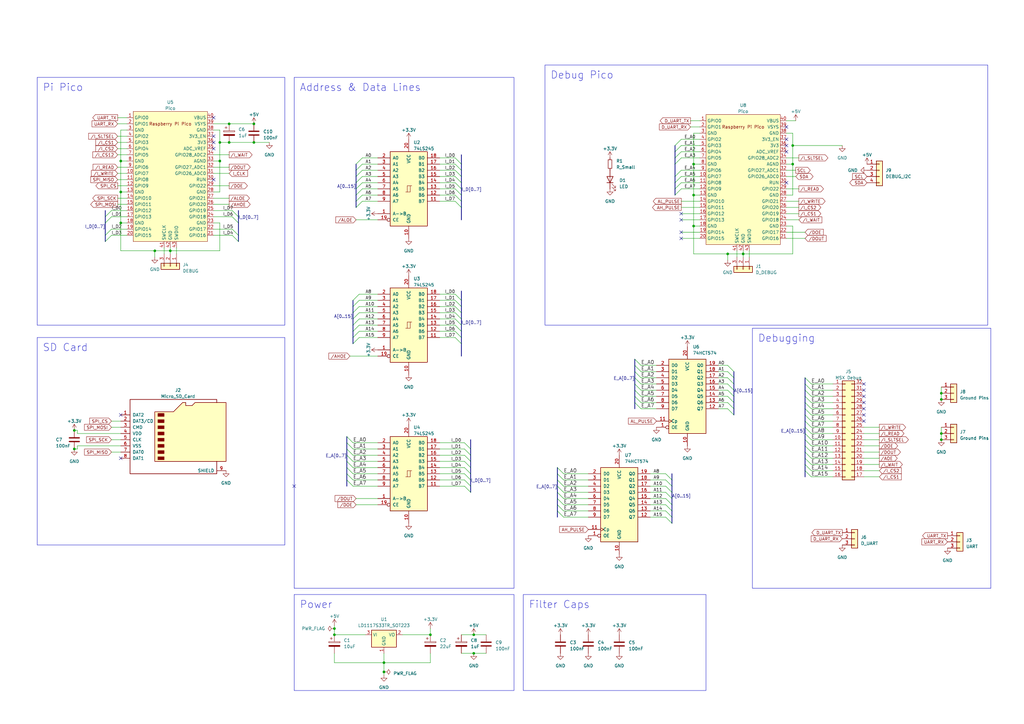
<source format=kicad_sch>
(kicad_sch (version 20231120) (generator "eeschema") (generator_version "8.0")
  (paper "A3")
  (title_block (title "PicoCart") (date "2024-02-18") (rev "2b") (company "NormStudios") (comment 1 "2024-02-18 : Switched I_WAIT and I_DOE on Pi Pico"))
  (junction (at 284.48 92.71))
  (junction (at 157.48 275.59))
  (junction (at 194.31 267.97))
  (junction (at 284.48 80.01))
  (junction (at 90.17 66.04))
  (junction (at 304.8 104.14))
  (junction (at 93.98 50.8))
  (junction (at 93.98 58.42))
  (junction (at 386.08 177.8))
  (junction (at 298.45 104.14))
  (junction (at 30.48 184.15))
  (junction (at 137.16 260.35))
  (junction (at 176.53 260.35))
  (junction (at 104.14 58.42))
  (junction (at 90.17 58.42))
  (junction (at 386.08 163.83))
  (junction (at 137.16 257.81))
  (junction (at 30.48 176.53))
  (junction (at 49.53 66.04))
  (junction (at 104.14 50.8))
  (junction (at 325.12 59.69))
  (junction (at 63.5 102.87))
  (junction (at 49.53 91.44))
  (junction (at 194.31 260.35))
  (junction (at 386.08 161.29))
  (junction (at 284.48 67.31))
  (junction (at 386.08 180.34))
  (junction (at 69.85 102.87))
  (junction (at 325.12 67.31))
  (junction (at 157.48 271.78))
  (junction (at 49.53 78.74))
  (no_connect (at 322.58 74.93))
  (no_connect (at 279.4 97.79))
  (no_connect (at 354.33 170.18))
  (no_connect (at 322.58 52.07))
  (no_connect (at 49.53 170.18))
  (no_connect (at 354.33 165.1))
  (no_connect (at 322.58 62.23))
  (no_connect (at 87.63 55.88))
  (no_connect (at 354.33 162.56))
  (no_connect (at 49.53 187.96))
  (no_connect (at 87.63 48.26))
  (no_connect (at 279.4 95.25))
  (no_connect (at 279.4 87.63))
  (no_connect (at 354.33 167.64))
  (no_connect (at 322.58 59.69))
  (no_connect (at 120.65 199.39))
  (no_connect (at 87.63 58.42))
  (no_connect (at 87.63 60.96))
  (no_connect (at 322.58 57.15))
  (no_connect (at 354.33 160.02))
  (no_connect (at 354.33 157.48))
  (no_connect (at 354.33 172.72))
  (no_connect (at 87.63 73.66))
  (no_connect (at 279.4 90.17))
  (bus_entry (at 273.05 194.31) (size 2.54 2.54))
  (bus_entry (at 190.5 191.77) (size 2.54 2.54))
  (bus_entry (at 330.2 165.1) (size 2.54 2.54))
  (bus_entry (at 148.59 67.31) (size -2.54 2.54))
  (bus_entry (at 298.45 154.94) (size 2.54 2.54))
  (bus_entry (at 190.5 181.61) (size 2.54 2.54))
  (bus_entry (at 330.2 154.94) (size 2.54 2.54))
  (bus_entry (at 228.6 209.55) (size 2.54 2.54))
  (bus_entry (at 147.32 123.19) (size -2.54 2.54))
  (bus_entry (at 147.32 130.81) (size -2.54 2.54))
  (bus_entry (at 148.59 69.85) (size -2.54 2.54))
  (bus_entry (at 273.05 199.39) (size 2.54 2.54))
  (bus_entry (at 330.2 157.48) (size 2.54 2.54))
  (bus_entry (at 147.32 135.89) (size -2.54 2.54))
  (bus_entry (at 142.24 181.61) (size 2.54 2.54))
  (bus_entry (at 228.6 191.77) (size 2.54 2.54))
  (bus_entry (at 330.2 160.02) (size 2.54 2.54))
  (bus_entry (at 147.32 138.43) (size -2.54 2.54))
  (bus_entry (at 330.2 172.72) (size 2.54 2.54))
  (bus_entry (at 142.24 194.31) (size 2.54 2.54))
  (bus_entry (at 190.5 184.15) (size 2.54 2.54))
  (bus_entry (at 279.4 57.15) (size -2.54 2.54))
  (bus_entry (at 330.2 170.18) (size 2.54 2.54))
  (bus_entry (at 330.2 175.26) (size 2.54 2.54))
  (bus_entry (at 142.24 191.77) (size 2.54 2.54))
  (bus_entry (at 190.5 199.39) (size 2.54 2.54))
  (bus_entry (at 186.69 135.89) (size 2.54 2.54))
  (bus_entry (at 279.4 74.93) (size -2.54 2.54))
  (bus_entry (at 260.35 165.1) (size 2.54 2.54))
  (bus_entry (at 228.6 196.85) (size 2.54 2.54))
  (bus_entry (at 190.5 194.31) (size 2.54 2.54))
  (bus_entry (at 186.69 133.35) (size 2.54 2.54))
  (bus_entry (at 190.5 189.23) (size 2.54 2.54))
  (bus_entry (at 273.05 201.93) (size 2.54 2.54))
  (bus_entry (at 260.35 154.94) (size 2.54 2.54))
  (bus_entry (at 330.2 177.8) (size 2.54 2.54))
  (bus_entry (at 273.05 207.01) (size 2.54 2.54))
  (bus_entry (at 45.72 96.52) (size -2.54 2.54))
  (bus_entry (at 148.59 80.01) (size -2.54 2.54))
  (bus_entry (at 147.32 128.27) (size -2.54 2.54))
  (bus_entry (at 260.35 157.48) (size 2.54 2.54))
  (bus_entry (at 298.45 160.02) (size 2.54 2.54))
  (bus_entry (at 260.35 162.56) (size 2.54 2.54))
  (bus_entry (at 186.69 69.85) (size 2.54 2.54))
  (bus_entry (at 186.69 74.93) (size 2.54 2.54))
  (bus_entry (at 228.6 194.31) (size 2.54 2.54))
  (bus_entry (at 298.45 165.1) (size 2.54 2.54))
  (bus_entry (at 142.24 179.07) (size 2.54 2.54))
  (bus_entry (at 228.6 201.93) (size 2.54 2.54))
  (bus_entry (at 298.45 157.48) (size 2.54 2.54))
  (bus_entry (at 142.24 196.85) (size 2.54 2.54))
  (bus_entry (at 330.2 190.5) (size 2.54 2.54))
  (bus_entry (at 228.6 207.01) (size 2.54 2.54))
  (bus_entry (at 186.69 77.47) (size 2.54 2.54))
  (bus_entry (at 186.69 67.31) (size 2.54 2.54))
  (bus_entry (at 330.2 167.64) (size 2.54 2.54))
  (bus_entry (at 186.69 128.27) (size 2.54 2.54))
  (bus_entry (at 228.6 199.39) (size 2.54 2.54))
  (bus_entry (at 260.35 149.86) (size 2.54 2.54))
  (bus_entry (at 45.72 93.98) (size -2.54 2.54))
  (bus_entry (at 190.5 196.85) (size 2.54 2.54))
  (bus_entry (at 148.59 72.39) (size -2.54 2.54))
  (bus_entry (at 95.25 86.36) (size 2.54 2.54))
  (bus_entry (at 95.25 88.9) (size 2.54 2.54))
  (bus_entry (at 186.69 138.43) (size 2.54 2.54))
  (bus_entry (at 45.72 86.36) (size -2.54 2.54))
  (bus_entry (at 95.25 93.98) (size 2.54 2.54))
  (bus_entry (at 330.2 185.42) (size 2.54 2.54))
  (bus_entry (at 186.69 64.77) (size 2.54 2.54))
  (bus_entry (at 148.59 74.93) (size -2.54 2.54))
  (bus_entry (at 279.4 77.47) (size -2.54 2.54))
  (bus_entry (at 260.35 147.32) (size 2.54 2.54))
  (bus_entry (at 148.59 77.47) (size -2.54 2.54))
  (bus_entry (at 298.45 162.56) (size 2.54 2.54))
  (bus_entry (at 186.69 82.55) (size 2.54 2.54))
  (bus_entry (at 186.69 123.19) (size 2.54 2.54))
  (bus_entry (at 298.45 152.4) (size 2.54 2.54))
  (bus_entry (at 260.35 160.02) (size 2.54 2.54))
  (bus_entry (at 273.05 204.47) (size 2.54 2.54))
  (bus_entry (at 186.69 80.01) (size 2.54 2.54))
  (bus_entry (at 273.05 212.09) (size 2.54 2.54))
  (bus_entry (at 273.05 196.85) (size 2.54 2.54))
  (bus_entry (at 330.2 182.88) (size 2.54 2.54))
  (bus_entry (at 142.24 186.69) (size 2.54 2.54))
  (bus_entry (at 279.4 62.23) (size -2.54 2.54))
  (bus_entry (at 186.69 72.39) (size 2.54 2.54))
  (bus_entry (at 147.32 120.65) (size -2.54 2.54))
  (bus_entry (at 279.4 64.77) (size -2.54 2.54))
  (bus_entry (at 95.25 96.52) (size 2.54 2.54))
  (bus_entry (at 330.2 180.34) (size 2.54 2.54))
  (bus_entry (at 147.32 125.73) (size -2.54 2.54))
  (bus_entry (at 142.24 189.23) (size 2.54 2.54))
  (bus_entry (at 330.2 162.56) (size 2.54 2.54))
  (bus_entry (at 330.2 193.04) (size 2.54 2.54))
  (bus_entry (at 330.2 187.96) (size 2.54 2.54))
  (bus_entry (at 45.72 88.9) (size -2.54 2.54))
  (bus_entry (at 147.32 133.35) (size -2.54 2.54))
  (bus_entry (at 279.4 69.85) (size -2.54 2.54))
  (bus_entry (at 298.45 167.64) (size 2.54 2.54))
  (bus_entry (at 279.4 72.39) (size -2.54 2.54))
  (bus_entry (at 186.69 120.65) (size 2.54 2.54))
  (bus_entry (at 186.69 125.73) (size 2.54 2.54))
  (bus_entry (at 273.05 209.55) (size 2.54 2.54))
  (bus_entry (at 228.6 204.47) (size 2.54 2.54))
  (bus_entry (at 148.59 82.55) (size -2.54 2.54))
  (bus_entry (at 190.5 186.69) (size 2.54 2.54))
  (bus_entry (at 148.59 64.77) (size -2.54 2.54))
  (bus_entry (at 142.24 184.15) (size 2.54 2.54))
  (bus_entry (at 186.69 130.81) (size 2.54 2.54))
  (bus_entry (at 298.45 149.86) (size 2.54 2.54))
  (bus_entry (at 260.35 152.4) (size 2.54 2.54))
  (bus_entry (at 279.4 59.69) (size -2.54 2.54))
  (wire (pts (xy 31.75 184.15) (xy 30.48 184.15)))
  (wire (pts (xy 90.17 91.44) (xy 90.17 102.87)))
  (wire (pts (xy 332.74 162.56) (xy 341.63 162.56)))
  (wire (pts (xy 48.26 76.2) (xy 52.07 76.2)))
  (bus (pts (xy 260.35 154.94) (xy 260.35 157.48)))
  (wire (pts (xy 294.64 152.4) (xy 298.45 152.4)))
  (wire (pts (xy 144.78 199.39) (xy 154.94 199.39)))
  (bus (pts (xy 189.23 67.31) (xy 189.23 69.85)))
  (wire (pts (xy 266.7 199.39) (xy 273.05 199.39)))
  (wire (pts (xy 262.89 152.4) (xy 269.24 152.4)))
  (bus (pts (xy 189.23 69.85) (xy 189.23 72.39)))
  (bus (pts (xy 146.05 77.47) (xy 146.05 80.01)))
  (wire (pts (xy 144.78 189.23) (xy 154.94 189.23)))
  (wire (pts (xy 386.08 177.8) (xy 386.08 180.34)))
  (wire (pts (xy 180.34 191.77) (xy 190.5 191.77)))
  (wire (pts (xy 87.63 68.58) (xy 93.98 68.58)))
  (wire (pts (xy 144.78 196.85) (xy 154.94 196.85)))
  (wire (pts (xy 284.48 80.01) (xy 287.02 80.01)))
  (wire (pts (xy 90.17 58.42) (xy 93.98 58.42)))
  (wire (pts (xy 45.72 88.9) (xy 52.07 88.9)))
  (bus (pts (xy 275.59 209.55) (xy 275.59 212.09)))
  (wire (pts (xy 304.8 104.14) (xy 304.8 102.87)))
  (wire (pts (xy 332.74 185.42) (xy 341.63 185.42)))
  (wire (pts (xy 304.8 104.14) (xy 304.8 105.41)))
  (wire (pts (xy 180.34 184.15) (xy 190.5 184.15)))
  (wire (pts (xy 262.89 157.48) (xy 269.24 157.48)))
  (wire (pts (xy 144.78 181.61) (xy 154.94 181.61)))
  (wire (pts (xy 287.02 85.09) (xy 279.4 85.09)))
  (wire (pts (xy 262.89 162.56) (xy 269.24 162.56)))
  (wire (pts (xy 262.89 154.94) (xy 269.24 154.94)))
  (wire (pts (xy 266.7 196.85) (xy 273.05 196.85)))
  (wire (pts (xy 287.02 57.15) (xy 279.4 57.15)))
  (wire (pts (xy 148.59 72.39) (xy 154.94 72.39)))
  (bus (pts (xy 330.2 154.94) (xy 330.2 157.48)))
  (bus (pts (xy 189.23 130.81) (xy 189.23 133.35)))
  (wire (pts (xy 332.74 195.58) (xy 341.63 195.58)))
  (bus (pts (xy 330.2 170.18) (xy 330.2 172.72)))
  (wire (pts (xy 325.12 54.61) (xy 325.12 59.69)))
  (bus (pts (xy 228.6 191.77) (xy 228.6 194.31)))
  (wire (pts (xy 302.26 102.87) (xy 302.26 105.41)))
  (wire (pts (xy 148.59 77.47) (xy 154.94 77.47)))
  (wire (pts (xy 137.16 257.81) (xy 137.16 260.35)))
  (bus (pts (xy 97.79 91.44) (xy 97.79 96.52)))
  (wire (pts (xy 325.12 59.69) (xy 325.12 67.31)))
  (bus (pts (xy 146.05 82.55) (xy 146.05 85.09)))
  (bus (pts (xy 193.04 199.39) (xy 193.04 201.93)))
  (bus (pts (xy 142.24 194.31) (xy 142.24 196.85)))
  (wire (pts (xy 322.58 72.39) (xy 326.39 72.39)))
  (wire (pts (xy 87.63 91.44) (xy 90.17 91.44)))
  (bus (pts (xy 189.23 123.19) (xy 189.23 125.73)))
  (bus (pts (xy 260.35 152.4) (xy 260.35 154.94)))
  (wire (pts (xy 45.72 185.42) (xy 49.53 185.42)))
  (wire (pts (xy 262.89 160.02) (xy 269.24 160.02)))
  (wire (pts (xy 90.17 53.34) (xy 90.17 58.42)))
  (bus (pts (xy 276.86 62.23) (xy 276.86 64.77)))
  (wire (pts (xy 148.59 82.55) (xy 154.94 82.55)))
  (wire (pts (xy 52.07 53.34) (xy 49.53 53.34)))
  (bus (pts (xy 189.23 63.5) (xy 189.23 67.31)))
  (wire (pts (xy 63.5 105.41) (xy 63.5 102.87)))
  (bus (pts (xy 330.2 175.26) (xy 330.2 177.8)))
  (bus (pts (xy 97.79 86.36) (xy 97.79 88.9)))
  (wire (pts (xy 354.33 195.58) (xy 360.68 195.58)))
  (wire (pts (xy 189.23 267.97) (xy 194.31 267.97)))
  (bus (pts (xy 300.99 160.02) (xy 300.99 162.56)))
  (wire (pts (xy 45.72 175.26) (xy 49.53 175.26)))
  (wire (pts (xy 180.34 74.93) (xy 186.69 74.93)))
  (wire (pts (xy 180.34 69.85) (xy 186.69 69.85)))
  (bus (pts (xy 330.2 193.04) (xy 330.2 195.58)))
  (bus (pts (xy 330.2 190.5) (xy 330.2 193.04)))
  (wire (pts (xy 157.48 275.59) (xy 157.48 271.78)))
  (bus (pts (xy 189.23 80.01) (xy 189.23 82.55)))
  (bus (pts (xy 276.86 74.93) (xy 276.86 77.47)))
  (wire (pts (xy 294.64 154.94) (xy 298.45 154.94)))
  (bus (pts (xy 189.23 72.39) (xy 189.23 74.93)))
  (wire (pts (xy 231.14 212.09) (xy 241.3 212.09)))
  (bus (pts (xy 228.6 207.01) (xy 228.6 209.55)))
  (wire (pts (xy 31.75 182.88) (xy 49.53 182.88)))
  (wire (pts (xy 294.64 149.86) (xy 298.45 149.86)))
  (wire (pts (xy 287.02 64.77) (xy 279.4 64.77)))
  (wire (pts (xy 90.17 102.87) (xy 69.85 102.87)))
  (wire (pts (xy 354.33 175.26) (xy 360.68 175.26)))
  (wire (pts (xy 332.74 172.72) (xy 341.63 172.72)))
  (bus (pts (xy 193.04 191.77) (xy 193.04 194.31)))
  (wire (pts (xy 287.02 97.79) (xy 279.4 97.79)))
  (wire (pts (xy 322.58 54.61) (xy 325.12 54.61)))
  (bus (pts (xy 193.04 184.15) (xy 193.04 186.69)))
  (wire (pts (xy 87.63 53.34) (xy 90.17 53.34)))
  (wire (pts (xy 266.7 201.93) (xy 273.05 201.93)))
  (bus (pts (xy 43.18 91.44) (xy 43.18 96.52)))
  (wire (pts (xy 231.14 204.47) (xy 241.3 204.47)))
  (wire (pts (xy 325.12 80.01) (xy 322.58 80.01)))
  (bus (pts (xy 142.24 186.69) (xy 142.24 189.23)))
  (wire (pts (xy 287.02 74.93) (xy 279.4 74.93)))
  (bus (pts (xy 330.2 187.96) (xy 330.2 190.5)))
  (wire (pts (xy 231.14 207.01) (xy 241.3 207.01)))
  (bus (pts (xy 260.35 149.86) (xy 260.35 152.4)))
  (bus (pts (xy 142.24 191.77) (xy 142.24 194.31)))
  (bus (pts (xy 189.23 138.43) (xy 189.23 140.97)))
  (wire (pts (xy 137.16 260.35) (xy 149.86 260.35)))
  (wire (pts (xy 287.02 62.23) (xy 279.4 62.23)))
  (wire (pts (xy 322.58 97.79) (xy 330.2 97.79)))
  (wire (pts (xy 325.12 92.71) (xy 325.12 104.14)))
  (bus (pts (xy 97.79 96.52) (xy 97.79 99.06)))
  (wire (pts (xy 147.32 125.73) (xy 154.94 125.73)))
  (wire (pts (xy 180.34 67.31) (xy 186.69 67.31)))
  (bus (pts (xy 260.35 165.1) (xy 260.35 167.64)))
  (wire (pts (xy 45.72 93.98) (xy 52.07 93.98)))
  (wire (pts (xy 45.72 172.72) (xy 49.53 172.72)))
  (wire (pts (xy 284.48 67.31) (xy 284.48 80.01)))
  (wire (pts (xy 325.12 104.14) (xy 304.8 104.14)))
  (wire (pts (xy 146.05 204.47) (xy 154.94 204.47)))
  (wire (pts (xy 298.45 106.68) (xy 298.45 104.14)))
  (wire (pts (xy 45.72 86.36) (xy 52.07 86.36)))
  (wire (pts (xy 231.14 194.31) (xy 241.3 194.31)))
  (bus (pts (xy 275.59 199.39) (xy 275.59 201.93)))
  (wire (pts (xy 148.59 80.01) (xy 154.94 80.01)))
  (bus (pts (xy 189.23 74.93) (xy 189.23 77.47)))
  (bus (pts (xy 189.23 135.89) (xy 189.23 138.43)))
  (bus (pts (xy 330.2 162.56) (xy 330.2 165.1)))
  (wire (pts (xy 284.48 80.01) (xy 284.48 92.71)))
  (wire (pts (xy 287.02 77.47) (xy 279.4 77.47)))
  (wire (pts (xy 332.74 187.96) (xy 341.63 187.96)))
  (wire (pts (xy 147.32 120.65) (xy 154.94 120.65)))
  (wire (pts (xy 87.63 96.52) (xy 95.25 96.52)))
  (wire (pts (xy 176.53 271.78) (xy 176.53 267.97)))
  (wire (pts (xy 322.58 95.25) (xy 330.2 95.25)))
  (wire (pts (xy 148.59 74.93) (xy 154.94 74.93)))
  (wire (pts (xy 147.32 133.35) (xy 154.94 133.35)))
  (bus (pts (xy 228.6 201.93) (xy 228.6 204.47)))
  (bus (pts (xy 142.24 181.61) (xy 142.24 184.15)))
  (wire (pts (xy 332.74 180.34) (xy 341.63 180.34)))
  (bus (pts (xy 260.35 162.56) (xy 260.35 165.1)))
  (wire (pts (xy 354.33 182.88) (xy 360.68 182.88)))
  (wire (pts (xy 386.08 175.26) (xy 386.08 177.8)))
  (bus (pts (xy 275.59 204.47) (xy 275.59 207.01)))
  (wire (pts (xy 322.58 92.71) (xy 325.12 92.71)))
  (wire (pts (xy 147.32 130.81) (xy 154.94 130.81)))
  (wire (pts (xy 194.31 260.35) (xy 199.39 260.35)))
  (wire (pts (xy 148.59 69.85) (xy 154.94 69.85)))
  (bus (pts (xy 146.05 67.31) (xy 146.05 69.85)))
  (wire (pts (xy 45.72 180.34) (xy 49.53 180.34)))
  (wire (pts (xy 148.59 67.31) (xy 154.94 67.31)))
  (bus (pts (xy 142.24 189.23) (xy 142.24 191.77)))
  (wire (pts (xy 144.78 191.77) (xy 154.94 191.77)))
  (wire (pts (xy 176.53 257.81) (xy 176.53 260.35)))
  (wire (pts (xy 294.64 167.64) (xy 298.45 167.64)))
  (bus (pts (xy 189.23 125.73) (xy 189.23 128.27)))
  (wire (pts (xy 287.02 87.63) (xy 279.4 87.63)))
  (wire (pts (xy 180.34 196.85) (xy 190.5 196.85)))
  (wire (pts (xy 332.74 177.8) (xy 341.63 177.8)))
  (bus (pts (xy 276.86 77.47) (xy 276.86 80.01)))
  (wire (pts (xy 354.33 180.34) (xy 360.68 180.34)))
  (wire (pts (xy 87.63 71.12) (xy 93.98 71.12)))
  (wire (pts (xy 180.34 130.81) (xy 186.69 130.81)))
  (bus (pts (xy 189.23 128.27) (xy 189.23 130.81)))
  (wire (pts (xy 67.31 101.6) (xy 67.31 104.14)))
  (wire (pts (xy 189.23 260.35) (xy 194.31 260.35)))
  (wire (pts (xy 266.7 207.01) (xy 273.05 207.01)))
  (wire (pts (xy 72.39 101.6) (xy 72.39 104.14)))
  (wire (pts (xy 231.14 209.55) (xy 241.3 209.55)))
  (bus (pts (xy 275.59 207.01) (xy 275.59 209.55)))
  (bus (pts (xy 275.59 194.31) (xy 275.59 196.85)))
  (bus (pts (xy 144.78 135.89) (xy 144.78 138.43)))
  (wire (pts (xy 146.05 90.17) (xy 154.94 90.17)))
  (wire (pts (xy 48.26 83.82) (xy 52.07 83.82)))
  (wire (pts (xy 180.34 72.39) (xy 186.69 72.39)))
  (wire (pts (xy 180.34 64.77) (xy 186.69 64.77)))
  (wire (pts (xy 354.33 187.96) (xy 360.68 187.96)))
  (wire (pts (xy 146.05 207.01) (xy 154.94 207.01)))
  (wire (pts (xy 354.33 193.04) (xy 360.68 193.04)))
  (wire (pts (xy 322.58 90.17) (xy 327.66 90.17)))
  (wire (pts (xy 180.34 199.39) (xy 190.5 199.39)))
  (wire (pts (xy 144.78 194.31) (xy 154.94 194.31)))
  (wire (pts (xy 180.34 135.89) (xy 186.69 135.89)))
  (wire (pts (xy 262.89 167.64) (xy 269.24 167.64)))
  (bus (pts (xy 330.2 160.02) (xy 330.2 162.56)))
  (bus (pts (xy 193.04 194.31) (xy 193.04 196.85)))
  (wire (pts (xy 180.34 194.31) (xy 190.5 194.31)))
  (wire (pts (xy 266.7 194.31) (xy 273.05 194.31)))
  (bus (pts (xy 43.18 86.36) (xy 43.18 88.9)))
  (wire (pts (xy 93.98 50.8) (xy 104.14 50.8)))
  (wire (pts (xy 322.58 64.77) (xy 327.66 64.77)))
  (wire (pts (xy 87.63 88.9) (xy 95.25 88.9)))
  (wire (pts (xy 87.63 76.2) (xy 93.98 76.2)))
  (wire (pts (xy 45.72 96.52) (xy 52.07 96.52)))
  (wire (pts (xy 48.26 73.66) (xy 52.07 73.66)))
  (wire (pts (xy 322.58 49.53) (xy 326.39 49.53)))
  (wire (pts (xy 31.75 177.8) (xy 49.53 177.8)))
  (wire (pts (xy 137.16 256.54) (xy 137.16 257.81)))
  (wire (pts (xy 332.74 182.88) (xy 341.63 182.88)))
  (wire (pts (xy 87.63 63.5) (xy 93.98 63.5)))
  (wire (pts (xy 287.02 69.85) (xy 279.4 69.85)))
  (wire (pts (xy 294.64 165.1) (xy 298.45 165.1)))
  (wire (pts (xy 48.26 71.12) (xy 52.07 71.12)))
  (bus (pts (xy 146.05 72.39) (xy 146.05 74.93)))
  (wire (pts (xy 137.16 271.78) (xy 137.16 267.97)))
  (bus (pts (xy 144.78 138.43) (xy 144.78 140.97)))
  (bus (pts (xy 275.59 196.85) (xy 275.59 199.39)))
  (bus (pts (xy 228.6 209.55) (xy 228.6 212.09)))
  (wire (pts (xy 48.26 48.26) (xy 52.07 48.26)))
  (wire (pts (xy 49.53 53.34) (xy 49.53 66.04)))
  (wire (pts (xy 48.26 58.42) (xy 52.07 58.42)))
  (wire (pts (xy 180.34 82.55) (xy 186.69 82.55)))
  (bus (pts (xy 193.04 186.69) (xy 193.04 189.23)))
  (wire (pts (xy 48.26 55.88) (xy 52.07 55.88)))
  (wire (pts (xy 332.74 193.04) (xy 341.63 193.04)))
  (bus (pts (xy 43.18 96.52) (xy 43.18 99.06)))
  (wire (pts (xy 284.48 92.71) (xy 284.48 104.14)))
  (bus (pts (xy 276.86 72.39) (xy 276.86 74.93)))
  (wire (pts (xy 69.85 102.87) (xy 69.85 101.6)))
  (wire (pts (xy 266.7 204.47) (xy 273.05 204.47)))
  (wire (pts (xy 49.53 66.04) (xy 52.07 66.04)))
  (bus (pts (xy 276.86 64.77) (xy 276.86 67.31)))
  (wire (pts (xy 332.74 167.64) (xy 341.63 167.64)))
  (bus (pts (xy 228.6 196.85) (xy 228.6 199.39)))
  (bus (pts (xy 300.99 165.1) (xy 300.99 167.64)))
  (bus (pts (xy 275.59 201.93) (xy 275.59 204.47)))
  (wire (pts (xy 157.48 271.78) (xy 176.53 271.78)))
  (wire (pts (xy 137.16 271.78) (xy 157.48 271.78)))
  (bus (pts (xy 260.35 157.48) (xy 260.35 160.02)))
  (bus (pts (xy 330.2 172.72) (xy 330.2 175.26)))
  (wire (pts (xy 49.53 66.04) (xy 49.53 78.74)))
  (wire (pts (xy 49.53 102.87) (xy 63.5 102.87)))
  (wire (pts (xy 284.48 67.31) (xy 287.02 67.31)))
  (wire (pts (xy 87.63 93.98) (xy 95.25 93.98)))
  (wire (pts (xy 332.74 170.18) (xy 341.63 170.18)))
  (wire (pts (xy 147.32 135.89) (xy 154.94 135.89)))
  (wire (pts (xy 287.02 72.39) (xy 279.4 72.39)))
  (bus (pts (xy 146.05 80.01) (xy 146.05 82.55)))
  (bus (pts (xy 300.99 162.56) (xy 300.99 165.1)))
  (bus (pts (xy 330.2 167.64) (xy 330.2 170.18)))
  (wire (pts (xy 332.74 190.5) (xy 341.63 190.5)))
  (wire (pts (xy 231.14 199.39) (xy 241.3 199.39)))
  (bus (pts (xy 330.2 165.1) (xy 330.2 167.64)))
  (bus (pts (xy 330.2 157.48) (xy 330.2 160.02)))
  (wire (pts (xy 294.64 157.48) (xy 298.45 157.48)))
  (wire (pts (xy 287.02 82.55) (xy 279.4 82.55)))
  (wire (pts (xy 48.26 60.96) (xy 52.07 60.96)))
  (wire (pts (xy 48.26 68.58) (xy 52.07 68.58)))
  (bus (pts (xy 189.23 77.47) (xy 189.23 80.01)))
  (wire (pts (xy 31.75 182.88) (xy 31.75 184.15)))
  (wire (pts (xy 266.7 212.09) (xy 273.05 212.09)))
  (wire (pts (xy 87.63 66.04) (xy 90.17 66.04)))
  (wire (pts (xy 90.17 66.04) (xy 90.17 78.74)))
  (bus (pts (xy 189.23 133.35) (xy 189.23 135.89)))
  (wire (pts (xy 322.58 69.85) (xy 326.39 69.85)))
  (wire (pts (xy 332.74 157.48) (xy 341.63 157.48)))
  (wire (pts (xy 148.59 64.77) (xy 154.94 64.77)))
  (bus (pts (xy 228.6 204.47) (xy 228.6 207.01)))
  (wire (pts (xy 287.02 54.61) (xy 284.48 54.61)))
  (wire (pts (xy 231.14 196.85) (xy 241.3 196.85)))
  (wire (pts (xy 48.26 81.28) (xy 52.07 81.28)))
  (wire (pts (xy 386.08 161.29) (xy 386.08 163.83)))
  (wire (pts (xy 157.48 276.86) (xy 157.48 275.59)))
  (wire (pts (xy 87.63 83.82) (xy 93.98 83.82)))
  (wire (pts (xy 262.89 149.86) (xy 269.24 149.86)))
  (wire (pts (xy 354.33 185.42) (xy 360.68 185.42)))
  (wire (pts (xy 110.49 58.42) (xy 104.14 58.42)))
  (wire (pts (xy 49.53 78.74) (xy 52.07 78.74)))
  (bus (pts (xy 228.6 194.31) (xy 228.6 196.85)))
  (bus (pts (xy 142.24 184.15) (xy 142.24 186.69)))
  (wire (pts (xy 307.34 102.87) (xy 307.34 105.41)))
  (wire (pts (xy 144.78 186.69) (xy 154.94 186.69)))
  (bus (pts (xy 189.23 82.55) (xy 189.23 85.09)))
  (wire (pts (xy 180.34 80.01) (xy 186.69 80.01)))
  (wire (pts (xy 49.53 91.44) (xy 49.53 102.87)))
  (wire (pts (xy 294.64 162.56) (xy 298.45 162.56)))
  (wire (pts (xy 147.32 128.27) (xy 154.94 128.27)))
  (bus (pts (xy 260.35 160.02) (xy 260.35 162.56)))
  (bus (pts (xy 144.78 123.19) (xy 144.78 125.73)))
  (bus (pts (xy 330.2 180.34) (xy 330.2 182.88)))
  (wire (pts (xy 90.17 58.42) (xy 90.17 66.04)))
  (wire (pts (xy 287.02 59.69) (xy 279.4 59.69)))
  (bus (pts (xy 144.78 125.73) (xy 144.78 128.27)))
  (bus (pts (xy 189.23 140.97) (xy 189.23 146.05)))
  (bus (pts (xy 276.86 67.31) (xy 276.86 72.39)))
  (wire (pts (xy 298.45 104.14) (xy 304.8 104.14)))
  (bus (pts (xy 97.79 88.9) (xy 97.79 91.44)))
  (wire (pts (xy 284.48 54.61) (xy 284.48 67.31)))
  (wire (pts (xy 180.34 189.23) (xy 190.5 189.23)))
  (wire (pts (xy 332.74 160.02) (xy 341.63 160.02)))
  (bus (pts (xy 193.04 180.34) (xy 193.04 184.15)))
  (bus (pts (xy 142.24 179.07) (xy 142.24 181.61)))
  (bus (pts (xy 142.24 196.85) (xy 142.24 199.39)))
  (wire (pts (xy 325.12 59.69) (xy 345.44 59.69)))
  (wire (pts (xy 63.5 102.87) (xy 69.85 102.87)))
  (wire (pts (xy 144.78 184.15) (xy 154.94 184.15)))
  (wire (pts (xy 294.64 160.02) (xy 298.45 160.02)))
  (wire (pts (xy 284.48 104.14) (xy 298.45 104.14)))
  (wire (pts (xy 194.31 267.97) (xy 199.39 267.97)))
  (wire (pts (xy 180.34 123.19) (xy 186.69 123.19)))
  (wire (pts (xy 322.58 82.55) (xy 327.66 82.55)))
  (wire (pts (xy 386.08 158.75) (xy 386.08 161.29)))
  (wire (pts (xy 157.48 271.78) (xy 157.48 267.97)))
  (bus (pts (xy 300.99 152.4) (xy 300.99 154.94)))
  (bus (pts (xy 300.99 154.94) (xy 300.99 157.48)))
  (wire (pts (xy 322.58 87.63) (xy 327.66 87.63)))
  (wire (pts (xy 180.34 186.69) (xy 190.5 186.69)))
  (bus (pts (xy 330.2 182.88) (xy 330.2 185.42)))
  (wire (pts (xy 284.48 92.71) (xy 287.02 92.71)))
  (wire (pts (xy 231.14 201.93) (xy 241.3 201.93)))
  (wire (pts (xy 143.51 146.05) (xy 154.94 146.05)))
  (bus (pts (xy 300.99 157.48) (xy 300.99 160.02)))
  (wire (pts (xy 332.74 165.1) (xy 341.63 165.1)))
  (wire (pts (xy 322.58 67.31) (xy 325.12 67.31)))
  (wire (pts (xy 283.21 49.53) (xy 287.02 49.53)))
  (bus (pts (xy 144.78 133.35) (xy 144.78 135.89)))
  (wire (pts (xy 287.02 90.17) (xy 279.4 90.17)))
  (wire (pts (xy 283.21 52.07) (xy 287.02 52.07)))
  (wire (pts (xy 322.58 77.47) (xy 327.66 77.47)))
  (bus (pts (xy 193.04 196.85) (xy 193.04 199.39)))
  (bus (pts (xy 275.59 212.09) (xy 275.59 214.63)))
  (wire (pts (xy 69.85 102.87) (xy 69.85 104.14)))
  (wire (pts (xy 90.17 78.74) (xy 87.63 78.74)))
  (bus (pts (xy 144.78 130.81) (xy 144.78 133.35)))
  (bus (pts (xy 276.86 59.69) (xy 276.86 62.23)))
  (wire (pts (xy 147.32 138.43) (xy 154.94 138.43)))
  (wire (pts (xy 180.34 181.61) (xy 190.5 181.61)))
  (wire (pts (xy 262.89 165.1) (xy 269.24 165.1)))
  (bus (pts (xy 228.6 199.39) (xy 228.6 201.93)))
  (bus (pts (xy 300.99 167.64) (xy 300.99 170.18)))
  (bus (pts (xy 189.23 85.09) (xy 189.23 90.17)))
  (wire (pts (xy 180.34 133.35) (xy 186.69 133.35)))
  (wire (pts (xy 165.1 260.35) (xy 176.53 260.35)))
  (wire (pts (xy 266.7 209.55) (xy 273.05 209.55)))
  (wire (pts (xy 180.34 138.43) (xy 186.69 138.43)))
  (wire (pts (xy 48.26 63.5) (xy 52.07 63.5)))
  (wire (pts (xy 87.63 50.8) (xy 93.98 50.8)))
  (wire (pts (xy 49.53 78.74) (xy 49.53 91.44)))
  (wire (pts (xy 354.33 190.5) (xy 360.68 190.5)))
  (bus (pts (xy 330.2 185.42) (xy 330.2 187.96)))
  (bus (pts (xy 146.05 74.93) (xy 146.05 77.47)))
  (bus (pts (xy 144.78 128.27) (xy 144.78 130.81)))
  (wire (pts (xy 87.63 81.28) (xy 93.98 81.28)))
  (bus (pts (xy 146.05 69.85) (xy 146.05 72.39)))
  (wire (pts (xy 93.98 58.42) (xy 104.14 58.42)))
  (wire (pts (xy 31.75 176.53) (xy 31.75 177.8)))
  (bus (pts (xy 260.35 147.32) (xy 260.35 149.86)))
  (bus (pts (xy 330.2 177.8) (xy 330.2 180.34)))
  (wire (pts (xy 49.53 91.44) (xy 52.07 91.44)))
  (wire (pts (xy 287.02 95.25) (xy 279.4 95.25)))
  (wire (pts (xy 354.33 177.8) (xy 360.68 177.8)))
  (bus (pts (xy 193.04 189.23) (xy 193.04 191.77)))
  (bus (pts (xy 43.18 88.9) (xy 43.18 91.44)))
  (wire (pts (xy 322.58 85.09) (xy 327.66 85.09)))
  (wire (pts (xy 180.34 77.47) (xy 186.69 77.47)))
  (wire (pts (xy 48.26 50.8) (xy 52.07 50.8)))
  (wire (pts (xy 180.34 125.73) (xy 186.69 125.73)))
  (wire (pts (xy 30.48 176.53) (xy 31.75 176.53)))
  (bus (pts (xy 189.23 119.38) (xy 189.23 123.19)))
  (wire (pts (xy 325.12 67.31) (xy 325.12 80.01)))
  (wire (pts (xy 180.34 120.65) (xy 186.69 120.65)))
  (wire (pts (xy 147.32 123.19) (xy 154.94 123.19)))
  (wire (pts (xy 87.63 86.36) (xy 95.25 86.36)))
  (wire (pts (xy 180.34 128.27) (xy 186.69 128.27)))
  (wire (pts (xy 332.74 175.26) (xy 341.63 175.26)))
  (text_box "Pi Pico" (at 15.24 31.75 0) (size 101.6 101.6) (effects (font (size 3 3)) (justify left top)))
  (text_box "Debug Pico" (at 223.52 26.67 0) (size 181.61 106.68) (effects (font (size 3 3)) (justify left top)))
  (text_box "Debugging" (at 308.61 134.62 0) (size 97.79 106.68) (effects (font (size 3 3)) (justify left top)))
  (text_box "Filter Caps" (at 214.63 243.84 0) (size 74.93 39.37) (effects (font (size 3 3)) (justify left top)))
  (text_box "Power" (at 120.65 243.84 0) (size 90.17 39.37) (effects (font (size 3 3)) (justify left top)))
  (text_box "SD Card" (at 15.24 138.43 0) (size 101.6 85.09) (effects (font (size 3 3)) (justify left top)))
  (text_box "Address & Data Lines" (at 120.65 31.75 0) (size 90.17 209.55) (effects (font (size 3 3)) (justify left top)))
  (label "I_D[0..7]" (at 193.04 198.12 0))
  (label "E_A2" (at 332.74 162.56 0) (effects (font (size 1.524 1.524))))
  (label "E_A0" (at 280.67 57.15 0))
  (label "A0" (at 294.64 149.86 0))
  (label "I_D0" (at 45.72 86.36 0))
  (label "E_A6" (at 280.67 74.93 0))
  (label "A8" (at 267.97 194.31 0))
  (label "E_A1" (at 231.14 196.85 0) (effects (font (size 1.524 1.524))))
  (label "I_D7" (at 186.69 138.43 180))
  (label "E_A3" (at 280.67 64.77 0))
  (label "I_D[0..7]" (at 189.23 78.74 0))
  (label "A3" (at 149.86 72.39 0))
  (label "A4" (at 294.64 160.02 0))
  (label "E_A7" (at 262.89 167.64 0) (effects (font (size 1.524 1.524))))
  (label "A1" (at 149.86 67.31 0))
  (label "E_A1" (at 262.89 152.4 0) (effects (font (size 1.524 1.524))))
  (label "E_A8" (at 332.74 177.8 0) (effects (font (size 1.524 1.524))))
  (label "E_A10" (at 332.74 182.88 0) (effects (font (size 1.524 1.524))))
  (label "I_D1" (at 186.69 67.31 180))
  (label "I_D4" (at 189.23 191.77 180))
  (label "E_A[0..7]" (at 228.6 200.66 180))
  (label "I_D5" (at 189.2511 194.31 180))
  (label "I_D6" (at 186.69 135.89 180))
  (label "I_D2" (at 189.23 186.69 180))
  (label "E_A7" (at 280.67 77.47 0))
  (label "E_A2" (at 231.14 199.39 0) (effects (font (size 1.524 1.524))))
  (label "A2" (at 149.86 69.85 0))
  (label "E_A5" (at 332.74 170.18 0) (effects (font (size 1.524 1.524))))
  (label "E_A2" (at 262.89 154.94 0) (effects (font (size 1.524 1.524))))
  (label "E_A6" (at 144.78 196.85 0) (effects (font (size 1.524 1.524))))
  (label "E_A0" (at 231.14 194.31 0) (effects (font (size 1.524 1.524))))
  (label "I_D3" (at 45.72 96.52 0))
  (label "I_D0" (at 189.23 181.61 180))
  (label "I_D6" (at 189.23 196.85 180))
  (label "I_D7" (at 91.44 86.36 0))
  (label "E_A12" (at 332.74 187.96 0) (effects (font (size 1.524 1.524))))
  (label "E_A5" (at 144.78 194.31 0) (effects (font (size 1.524 1.524))))
  (label "I_D4" (at 91.44 96.52 0))
  (label "E_A2" (at 280.67 62.23 0))
  (label "I_D6" (at 186.69 80.01 180))
  (label "A5" (at 294.64 162.56 0))
  (label "E_A15" (at 332.74 195.58 0) (effects (font (size 1.524 1.524))))
  (label "I_D1" (at 45.72 88.9 0))
  (label "I_D[0..7]" (at 43.18 93.98 180))
  (label "A11" (at 267.97 201.93 0))
  (label "A2" (at 294.64 154.94 0))
  (label "I_D4" (at 186.69 74.93 180))
  (label "I_D2" (at 186.69 125.73 180))
  (label "A5" (at 149.86 77.47 0))
  (label "E_A3" (at 332.74 165.1 0) (effects (font (size 1.524 1.524))))
  (label "E_A6" (at 332.74 172.72 0) (effects (font (size 1.524 1.524))))
  (label "A12" (at 267.97 204.47 0))
  (label "E_A5" (at 262.89 162.56 0) (effects (font (size 1.524 1.524))))
  (label "I_D2" (at 45.72 93.98 0))
  (label "E_A4" (at 262.89 160.02 0) (effects (font (size 1.524 1.524))))
  (label "A12" (at 149.86 130.81 0))
  (label "A3" (at 294.64 157.48 0))
  (label "E_A13" (at 332.74 190.5 0) (effects (font (size 1.524 1.524))))
  (label "I_D5" (at 91.44 93.98 0))
  (label "A4" (at 149.86 74.93 0))
  (label "E_A5" (at 280.67 72.39 0))
  (label "I_D0" (at 186.69 64.77 180))
  (label "E_A6" (at 262.89 165.1 0) (effects (font (size 1.524 1.524))))
  (label "E_A6" (at 231.14 209.55 0) (effects (font (size 1.524 1.524))))
  (label "I_D7" (at 189.2511 199.39 180))
  (label "E_A4" (at 144.78 191.77 0) (effects (font (size 1.524 1.524))))
  (label "E_A3" (at 144.78 189.23 0) (effects (font (size 1.524 1.524))))
  (label "A14" (at 149.86 135.89 0))
  (label "A7" (at 149.86 82.55 0))
  (label "I_D3" (at 186.69 72.39 180))
  (label "A10" (at 149.86 125.73 0))
  (label "E_A0" (at 262.89 149.86 0) (effects (font (size 1.524 1.524))))
  (label "A9" (at 149.86 123.19 0))
  (label "I_D1" (at 186.69 123.19 180))
  (label "A[0..15]" (at 146.05 77.47 180))
  (label "A14" (at 267.97 209.55 0))
  (label "I_D2" (at 186.69 69.85 180))
  (label "A9" (at 267.97 196.85 0))
  (label "A1" (at 294.64 152.4 0))
  (label "I_D3" (at 186.69 128.27 180))
  (label "E_A11" (at 332.74 185.42 0) (effects (font (size 1.524 1.524))))
  (label "E_A9" (at 332.74 180.34 0) (effects (font (size 1.524 1.524))))
  (label "A6" (at 149.86 80.01 0))
  (label "A[0..15]" (at 144.78 130.81 180))
  (label "A0" (at 149.86 64.77 0))
  (label "A13" (at 149.86 133.35 0))
  (label "I_D5" (at 186.69 133.35 180))
  (label "I_D4" (at 186.69 130.81 180))
  (label "E_A1" (at 280.67 59.69 0))
  (label "E_A[0..15]" (at 330.2 177.8 180))
  (label "A6" (at 294.64 165.1 0))
  (label "E_A[0..7]" (at 260.35 156.21 180))
  (label "A[0..15]" (at 275.59 204.47 0))
  (label "A8" (at 149.86 120.65 0))
  (label "E_A0" (at 144.78 181.61 0) (effects (font (size 1.524 1.524))))
  (label "A13" (at 267.97 207.01 0))
  (label "I_D6" (at 91.44 88.9 0))
  (label "A15" (at 149.86 138.43 0))
  (label "E_A7" (at 231.14 212.09 0) (effects (font (size 1.524 1.524))))
  (label "E_A1" (at 332.74 160.02 0) (effects (font (size 1.524 1.524))))
  (label "I_D7" (at 186.69 82.55 180))
  (label "E_A[0..7]" (at 142.24 187.96 180))
  (label "E_A14" (at 332.74 193.04 0) (effects (font (size 1.524 1.524))))
  (label "I_D0" (at 186.69 120.65 180))
  (label "A10" (at 267.97 199.39 0))
  (label "E_A4" (at 332.74 167.64 0) (effects (font (size 1.524 1.524))))
  (label "I_D[0..7]" (at 189.23 133.35 0))
  (label "E_A7" (at 332.74 175.26 0) (effects (font (size 1.524 1.524))))
  (label "E_A4" (at 280.67 69.85 0))
  (label "E_A0" (at 332.74 157.48 0) (effects (font (size 1.524 1.524))))
  (label "A7" (at 294.64 167.64 0))
  (label "E_A2" (at 144.78 186.69 0) (effects (font (size 1.524 1.524))))
  (label "I_D1" (at 189.23 184.15 180))
  (label "A15" (at 267.97 212.09 0))
  (label "A[0..15]" (at 300.99 161.29 0))
  (label "E_A1" (at 144.78 184.15 0) (effects (font (size 1.524 1.524))))
  (label "I_D[0..7]" (at 97.79 90.17 0))
  (label "E_A3" (at 231.14 201.93 0) (effects (font (size 1.524 1.524))))
  (label "E_A5" (at 231.14 207.01 0) (effects (font (size 1.524 1.524))))
  (label "E_A4" (at 231.14 204.47 0) (effects (font (size 1.524 1.524))))
  (label "E_A3" (at 262.89 157.48 0) (effects (font (size 1.524 1.524))))
  (label "I_D5" (at 186.69 77.47 180))
  (label "I_D3" (at 189.23 189.23 180))
  (label "E_A7" (at 144.78 199.39 0) (effects (font (size 1.524 1.524))))
  (label "A11" (at 149.86 128.27 0))
  (global_label "{slash}I_SLTSEL" (shape output) (at 360.68 180.34 0) (property "Intersheetrefs" "${INTERSHEET_REFS}" (effects (hide yes))))
  (global_label "SPI_CS" (shape output) (at 48.26 76.2 180) (property "Intersheetrefs" "${INTERSHEET_REFS}" (effects (hide yes))))
  (global_label "{slash}AHOE" (shape input) (at 143.51 146.05 180) (property "Intersheetrefs" "${INTERSHEET_REFS}" (effects (hide yes))))
  (global_label "{slash}ALOE" (shape output) (at 93.98 81.28 0) (property "Intersheetrefs" "${INTERSHEET_REFS}" (effects (hide yes))))
  (global_label "I_CLK" (shape input) (at 93.98 71.12 0) (property "Intersheetrefs" "${INTERSHEET_REFS}" (effects (hide yes))))
  (global_label "{slash}I_READ" (shape output) (at 327.66 77.47 0) (property "Intersheetrefs" "${INTERSHEET_REFS}" (effects (hide yes))))
  (global_label "{slash}I_WRITE" (shape output) (at 327.66 82.55 0) (property "Intersheetrefs" "${INTERSHEET_REFS}" (effects (hide yes))))
  (global_label "SPI_SCK" (shape input) (at 45.72 180.34 180) (property "Intersheetrefs" "${INTERSHEET_REFS}" (effects (hide yes))))
  (global_label "{slash}DOUT" (shape output) (at 360.68 185.42 0) (property "Intersheetrefs" "${INTERSHEET_REFS}" (effects (hide yes))))
  (global_label "{slash}DOUT" (shape input) (at 146.05 204.47 180) (property "Intersheetrefs" "${INTERSHEET_REFS}" (effects (hide yes))))
  (global_label "SPI_MOSI" (shape output) (at 48.26 83.82 180) (property "Intersheetrefs" "${INTERSHEET_REFS}" (effects (hide yes))))
  (global_label "SPI_MOSI" (shape input) (at 45.72 175.26 180) (property "Intersheetrefs" "${INTERSHEET_REFS}" (effects (hide yes))))
  (global_label "{slash}ALOE" (shape input) (at 146.05 90.17 180) (property "Intersheetrefs" "${INTERSHEET_REFS}" (effects (hide yes))))
  (global_label "UART_RX" (shape input) (at 388.62 222.25 180) (property "Intersheetrefs" "${INTERSHEET_REFS}" (effects (hide yes))))
  (global_label "{slash}I_WAIT" (shape input) (at 327.66 90.17 0) (property "Intersheetrefs" "${INTERSHEET_REFS}" (effects (hide yes))))
  (global_label "SPI_CS" (shape input) (at 45.72 172.72 180) (property "Intersheetrefs" "${INTERSHEET_REFS}" (effects (hide yes))))
  (global_label "AH_PULSE" (shape output) (at 279.4 85.09 180) (property "Intersheetrefs" "${INTERSHEET_REFS}" (effects (hide yes))))
  (global_label "D_UART_RX" (shape input) (at 283.21 52.07 180) (property "Intersheetrefs" "${INTERSHEET_REFS}" (effects (hide yes))))
  (global_label "UART_TX" (shape output) (at 388.62 219.71 180) (property "Intersheetrefs" "${INTERSHEET_REFS}" (effects (hide yes))))
  (global_label "SCL" (shape output) (at 326.39 69.85 0) (property "Intersheetrefs" "${INTERSHEET_REFS}" (effects (hide yes))))
  (global_label "{slash}DOE" (shape input) (at 330.2 95.25 0) (property "Intersheetrefs" "${INTERSHEET_REFS}" (effects (hide yes))))
  (global_label "SCL" (shape input) (at 355.6 72.39 180) (property "Intersheetrefs" "${INTERSHEET_REFS}" (effects (hide yes))))
  (global_label "{slash}I_CS1" (shape input) (at 48.26 58.42 180) (property "Intersheetrefs" "${INTERSHEET_REFS}" (effects (hide yes))))
  (global_label "AH_PULSE" (shape input) (at 241.3 217.17 180) (property "Intersheetrefs" "${INTERSHEET_REFS}" (effects (hide yes))))
  (global_label "AL_PULSE" (shape output) (at 279.4 82.55 180) (property "Intersheetrefs" "${INTERSHEET_REFS}" (effects (hide yes))))
  (global_label "{slash}DOE" (shape output) (at 93.98 76.2 0) (property "Intersheetrefs" "${INTERSHEET_REFS}" (effects (hide yes))))
  (global_label "{slash}DOE" (shape input) (at 146.05 207.01 180) (property "Intersheetrefs" "${INTERSHEET_REFS}" (effects (hide yes))))
  (global_label "AL_PULSE" (shape input) (at 269.24 172.72 180) (property "Intersheetrefs" "${INTERSHEET_REFS}" (effects (hide yes))))
  (global_label "SPI_MISO" (shape input) (at 48.26 73.66 180) (property "Intersheetrefs" "${INTERSHEET_REFS}" (effects (hide yes))))
  (global_label "{slash}I_CS12" (shape input) (at 48.26 63.5 180) (property "Intersheetrefs" "${INTERSHEET_REFS}" (effects (hide yes))))
  (global_label "{slash}AHOE" (shape output) (at 93.98 83.82 0) (property "Intersheetrefs" "${INTERSHEET_REFS}" (effects (hide yes))))
  (global_label "D_UART_TX" (shape output) (at 345.44 218.44 180) (property "Intersheetrefs" "${INTERSHEET_REFS}" (effects (hide yes))))
  (global_label "{slash}I_WAIT" (shape output) (at 360.68 190.5 0) (property "Intersheetrefs" "${INTERSHEET_REFS}" (effects (hide yes))))
  (global_label "SDA" (shape bidirectional) (at 326.39 72.39 0) (property "Intersheetrefs" "${INTERSHEET_REFS}" (effects (hide yes))))
  (global_label "{slash}I_CS2" (shape input) (at 48.26 60.96 180) (property "Intersheetrefs" "${INTERSHEET_REFS}" (effects (hide yes))))
  (global_label "D_UART_RX" (shape input) (at 345.44 220.98 180) (property "Intersheetrefs" "${INTERSHEET_REFS}" (effects (hide yes))))
  (global_label "SPI_MISO" (shape input) (at 45.72 185.42 180) (property "Intersheetrefs" "${INTERSHEET_REFS}" (effects (hide yes))))
  (global_label "{slash}I_CS2" (shape output) (at 327.66 85.09 0) (property "Intersheetrefs" "${INTERSHEET_REFS}" (effects (hide yes))))
  (global_label "{slash}I_CS2" (shape input) (at 360.68 193.04 0) (property "Intersheetrefs" "${INTERSHEET_REFS}" (effects (hide yes))))
  (global_label "D_UART_TX" (shape output) (at 283.21 49.53 180) (property "Intersheetrefs" "${INTERSHEET_REFS}" (effects (hide yes))))
  (global_label "{slash}DOUT" (shape output) (at 93.98 68.58 0) (property "Intersheetrefs" "${INTERSHEET_REFS}" (effects (hide yes))))
  (global_label "SDA" (shape bidirectional) (at 355.6 74.93 180) (property "Intersheetrefs" "${INTERSHEET_REFS}" (effects (hide yes))))
  (global_label "{slash}I_READ" (shape input) (at 48.26 68.58 180) (property "Intersheetrefs" "${INTERSHEET_REFS}" (effects (hide yes))))
  (global_label "{slash}I_WRITE" (shape input) (at 48.26 71.12 180) (property "Intersheetrefs" "${INTERSHEET_REFS}" (effects (hide yes))))
  (global_label "{slash}DOUT" (shape input) (at 330.2 97.79 0) (property "Intersheetrefs" "${INTERSHEET_REFS}" (effects (hide yes))))
  (global_label "{slash}I_CS1" (shape output) (at 327.66 87.63 0) (property "Intersheetrefs" "${INTERSHEET_REFS}" (effects (hide yes))))
  (global_label "{slash}I_SLTSEL" (shape input) (at 48.26 55.88 180) (property "Intersheetrefs" "${INTERSHEET_REFS}" (effects (hide yes))))
  (global_label "SPI_SCK" (shape output) (at 48.26 81.28 180) (property "Intersheetrefs" "${INTERSHEET_REFS}" (effects (hide yes))))
  (global_label "UART_RX" (shape input) (at 48.26 50.8 180) (property "Intersheetrefs" "${INTERSHEET_REFS}" (effects (hide yes))))
  (global_label "{slash}I_WRITE" (shape output) (at 360.68 175.26 0) (property "Intersheetrefs" "${INTERSHEET_REFS}" (effects (hide yes))))
  (global_label "{slash}I_WAIT" (shape output) (at 93.98 63.5 0) (property "Intersheetrefs" "${INTERSHEET_REFS}" (effects (hide yes))))
  (global_label "{slash}I_CS1" (shape input) (at 360.68 195.58 0) (property "Intersheetrefs" "${INTERSHEET_REFS}" (effects (hide yes))))
  (global_label "{slash}I_READ" (shape output) (at 360.68 177.8 0) (property "Intersheetrefs" "${INTERSHEET_REFS}" (effects (hide yes))))
  (global_label "{slash}DOE" (shape output) (at 360.68 182.88 0) (property "Intersheetrefs" "${INTERSHEET_REFS}" (effects (hide yes))))
  (global_label "UART_TX" (shape output) (at 48.26 48.26 180) (property "Intersheetrefs" "${INTERSHEET_REFS}" (effects (hide yes))))
  (global_label "{slash}AOE" (shape output) (at 360.68 187.96 0) (property "Intersheetrefs" "${INTERSHEET_REFS}" (effects (hide yes))))
  (global_label "{slash}I_SLTSEL" (shape output) (at 327.66 64.77 0) (property "Intersheetrefs" "${INTERSHEET_REFS}" (effects (hide yes))))
  (symbol (lib_id "Connector_Generic:Conn_01x03") (at 350.52 220.98 0) (unit 1)
    (property "Reference" "J6" (at 353.06 220.345 0) (effects (justify left)))
    (property "Value" "D_UART" (at 353.06 222.885 0) (effects (justify left)))
    (property "Footprint" "Connector_PinSocket_2.54mm:PinSocket_1x03_P2.54mm_Vertical" (effects (hide yes)))
  )
  (symbol (lib_id "power:+3.3V") (at 176.53 257.81 0) (unit 1)
    (property "Reference" "#PWR03" (effects (hide yes)))
    (property "Value" "+3.3V" (at 176.53 254 0))
  )
  (symbol (lib_id "power:+5V") (at 104.14 50.8 0) (unit 1)
    (property "Reference" "#PWR029" (effects (hide yes)))
    (property "Value" "+5V" (at 104.14 46.99 0))
  )
  (symbol (lib_id "power:PWR_FLAG") (at 157.48 275.59 270) (unit 1)
    (property "Reference" "#FLG01" (effects (hide yes)))
    (property "Value" "PWR_FLAG" (at 161.29 276.225 90) (effects (justify left)))
  )
  (symbol (lib_id "power:GND") (at 241.3 267.97 0) (unit 1)
    (property "Reference" "#PWR021" (effects (hide yes)))
    (property "Value" "GND" (at 241.3 273.05 0))
  )
  (symbol (lib_id "Connector_Generic:Conn_02x16_Counter_Clockwise") (at 346.71 175.26 0) (unit 1)
    (property "Reference" "J5" (at 347.98 152.4 0))
    (property "Value" "MSX Debug" (at 347.98 154.94 0))
    (property "Footprint" "Connector_PinHeader_2.54mm:PinHeader_2x16_P2.54mm_Vertical" (effects (hide yes)))
  )
  (symbol (lib_id "power:GND") (at 345.44 223.52 0) (unit 1)
    (property "Reference" "#PWR017" (effects (hide yes)))
    (property "Value" "GND" (at 345.44 228.6 0))
  )
  (symbol (lib_id "Device:C") (at 229.87 264.16 0) (unit 1)
    (property "Reference" "C3" (at 233.68 263.525 0) (effects (justify left)))
    (property "Value" "100nF" (at 233.68 266.065 0) (effects (justify left)))
    (property "Footprint" "Capacitor_THT:C_Disc_D4.3mm_W1.9mm_P5.00mm" (effects (hide yes)))
  )
  (symbol (lib_id "power:GND") (at 386.08 180.34 0) (unit 1)
    (property "Reference" "#PWR038" (effects (hide yes)))
    (property "Value" "GND" (at 386.08 185.42 0))
  )
  (symbol (lib_id "Connector_Generic:Conn_01x03") (at 391.16 161.29 0) (unit 1)
    (property "Reference" "J8" (at 393.7 160.655 0) (effects (justify left)))
    (property "Value" "Ground Pins" (at 393.7 163.195 0) (effects (justify left)))
    (property "Footprint" "Connector_PinHeader_2.54mm:PinHeader_1x03_P2.54mm_Vertical" (effects (hide yes)))
  )
  (symbol (lib_id "power:GND") (at 250.19 77.47 0) (unit 1)
    (property "Reference" "#PWR011" (effects (hide yes)))
    (property "Value" "GND" (at 250.19 82.55 0))
  )
  (symbol (lib_id "power:GND") (at 355.6 69.85 270) (unit 1)
    (property "Reference" "#PWR025" (effects (hide yes)))
    (property "Value" "GND" (at 351.79 69.8499 90) (effects (justify right)))
  )
  (symbol (lib_id "74xx:74LS245") (at 167.64 133.35 0) (unit 1)
    (property "Reference" "U3" (at 169.5959 114.3 0) (effects (justify left)))
    (property "Value" "74LS245" (at 169.5959 116.84 0) (effects (justify left)))
    (property "Footprint" "Package_DIP:DIP-20_W7.62mm" (effects (hide yes)))
    (property "Datasheet" "http://www.ti.com/lit/gpn/sn74LS245" (effects (hide yes)))
  )
  (symbol (lib_id "power:GND") (at 345.44 59.69 0) (unit 1)
    (property "Reference" "#PWR040" (effects (hide yes)))
    (property "Value" "GND" (at 345.44 64.77 0))
  )
  (symbol (lib_id "power:GND") (at 30.48 184.15 0) (unit 1)
    (property "Reference" "#PWR027" (effects (hide yes)))
    (property "Value" "GND" (at 30.48 189.23 0))
  )
  (symbol (lib_id "power:GND") (at 298.45 106.68 0) (unit 1)
    (property "Reference" "#PWR06" (effects (hide yes)))
    (property "Value" "GND" (at 298.45 111.76 0))
  )
  (symbol (lib_id "Device:C") (at 30.48 180.34 0) (unit 1)
    (property "Reference" "C7" (at 22.86 180.34 0) (effects (justify left)))
    (property "Value" "100nF" (at 22.86 182.88 0) (effects (justify left)))
    (property "Footprint" "Capacitor_THT:C_Disc_D4.3mm_W1.9mm_P5.00mm" (effects (hide yes)))
  )
  (symbol (lib_id "Connector_Generic:Conn_01x04") (at 360.68 69.85 0) (unit 1)
    (property "Reference" "J9" (at 363.22 69.8499 0) (effects (justify left)))
    (property "Value" "DEBUG_I2C" (at 363.22 72.3899 0) (effects (justify left)))
    (property "Footprint" "Connector_PinHeader_2.54mm:PinHeader_1x04_P2.54mm_Vertical" (effects (hide yes)))
    (property "Description" "Generic connector, single row, 01x04, script generated (kicad-library-utils/schlib/autogen/connector/)" (effects (hide yes)))
  )
  (symbol (lib_id "power:+3.3V") (at 241.3 260.35 0) (unit 1)
    (property "Reference" "#PWR020" (effects (hide yes)))
    (property "Value" "+3.3V" (at 241.3 256.54 0))
  )
  (symbol (lib_id "Connector_Generic:Conn_01x03") (at 69.85 109.22 270) (unit 1)
    (property "Reference" "J4" (at 74.93 108.585 90) (effects (justify left)))
    (property "Value" "DEBUG" (at 74.93 111.125 90) (effects (justify left)))
    (property "Footprint" "Connector_PinSocket_2.54mm:PinSocket_1x03_P2.54mm_Vertical" (effects (hide yes)))
  )
  (symbol (lib_id "Connector:Micro_SD_Card") (at 72.39 177.8 0) (unit 1)
    (property "Reference" "J2" (at 73.025 160.02 0))
    (property "Value" "Micro_SD_Card" (at 73.025 162.56 0))
    (property "Footprint" "PicoCartLibrary:microSD_HC_Hirose_DM3AT-SF-PEJM5" (effects (hide yes)))
    (property "Datasheet" "http://katalog.we-online.de/em/datasheet/693072010801.pdf" (effects (hide yes)))
  )
  (symbol (lib_id "MCU_RaspberryPi_and_Boards:Pico") (at 304.8 73.66 0) (unit 1)
    (property "Reference" "U8" (at 304.8 43.18 0))
    (property "Value" "Pico" (at 304.8 45.72 0))
    (property "Footprint" "PicoCartLibrary:RPi_Pico_SMD_TH" (effects (hide yes)))
  )
  (symbol (lib_id "power:+5V") (at 194.31 260.35 0) (unit 1)
    (property "Reference" "#PWR032" (effects (hide yes)))
    (property "Value" "+5V" (at 194.31 256.54 0))
  )
  (symbol (lib_id "power:GND") (at 241.3 219.71 0) (unit 1)
    (property "Reference" "#PWR035" (effects (hide yes)))
    (property "Value" "GND" (at 241.3 224.79 0))
  )
  (symbol (lib_id "74xx:74HCT574") (at 281.94 162.56 0) (unit 1)
    (property "Reference" "U6" (at 284.1341 142.24 0) (effects (justify left)))
    (property "Value" "74HCT574" (at 284.1341 144.78 0) (effects (justify left)))
    (property "Footprint" "Package_DIP:DIP-20_W7.62mm_Socket_LongPads" (effects (hide yes)))
    (property "Datasheet" "http://www.ti.com/lit/gpn/sn74HCT574" (effects (hide yes)))
    (property "Description" "8-bit Register, 3-state outputs" (effects (hide yes)))
  )
  (symbol (lib_id "power:GND") (at 167.64 214.63 0) (unit 1)
    (property "Reference" "#PWR010" (effects (hide yes)))
    (property "Value" "GND" (at 167.64 219.71 0))
  )
  (symbol (lib_id "Device:R_Small") (at 250.19 67.31 0) (unit 1)
    (property "Reference" "R1" (at 252.73 66.0399 0) (effects (justify left)))
    (property "Value" "R_Small" (at 252.73 68.5799 0) (effects (justify left)))
    (property "Footprint" "Resistor_THT:R_Axial_DIN0207_L6.3mm_D2.5mm_P15.24mm_Horizontal" (effects (hide yes)))
    (property "Description" "Resistor, small symbol" (effects (hide yes)))
  )
  (symbol (lib_id "power:+5V") (at 137.16 256.54 0) (unit 1)
    (property "Reference" "#PWR01" (effects (hide yes)))
    (property "Value" "+5V" (at 137.16 252.73 0))
  )
  (symbol (lib_id "power:+3.3V") (at 167.64 173.99 0) (unit 1)
    (property "Reference" "#PWR09" (effects (hide yes)))
    (property "Value" "+3.3V" (at 167.64 170.18 0))
  )
  (symbol (lib_id "Device:C_Polarized") (at 189.23 264.16 0) (unit 1)
    (property "Reference" "C8" (at 193.04 262.636 0) (effects (justify left)))
    (property "Value" "1uF" (at 193.04 265.176 0) (effects (justify left)))
    (property "Footprint" "Capacitor_THT:CP_Radial_D5.0mm_P2.50mm" (effects (hide yes)))
  )
  (symbol (lib_id "power:GND") (at 386.08 163.83 0) (unit 1)
    (property "Reference" "#PWR039" (effects (hide yes)))
    (property "Value" "GND" (at 386.08 168.91 0))
  )
  (symbol (lib_id "Device:C") (at 254 264.16 0) (unit 1)
    (property "Reference" "C5" (at 257.81 263.525 0) (effects (justify left)))
    (property "Value" "100nF" (at 257.81 266.065 0) (effects (justify left)))
    (property "Footprint" "Capacitor_THT:C_Disc_D4.3mm_W1.9mm_P5.00mm" (effects (hide yes)))
  )
  (symbol (lib_id "Connector_Generic:Conn_01x03") (at 304.8 110.49 270) (unit 1)
    (property "Reference" "J1" (at 309.88 109.2199 90) (effects (justify left)))
    (property "Value" "D_DEBUG" (at 309.88 111.7599 90) (effects (justify left)))
    (property "Footprint" "Connector_PinSocket_2.54mm:PinSocket_1x03_P2.54mm_Vertical" (effects (hide yes)))
  )
  (symbol (lib_id "power:+3.3V") (at 229.87 260.35 0) (unit 1)
    (property "Reference" "#PWR018" (effects (hide yes)))
    (property "Value" "+3.3V" (at 229.87 256.54 0))
  )
  (symbol (lib_id "power:+3.3V") (at 250.19 64.77 0) (unit 1)
    (property "Reference" "#PWR012" (effects (hide yes)))
    (property "Value" "+3.3V" (at 250.19 60.96 0))
  )
  (symbol (lib_id "power:GND") (at 269.24 175.26 0) (unit 1)
    (property "Reference" "#PWR042" (effects (hide yes)))
    (property "Value" "GND" (at 269.24 180.34 0))
  )
  (symbol (lib_id "power:PWR_FLAG") (at 137.16 257.81 90) (unit 1)
    (property "Reference" "#FLG03" (effects (hide yes)))
    (property "Value" "PWR_FLAG" (at 133.35 257.81 90) (effects (justify left)))
  )
  (symbol (lib_id "MCU_RaspberryPi_and_Boards:Pico") (at 69.85 72.39 0) (unit 1)
    (property "Reference" "U5" (at 69.85 41.91 0))
    (property "Value" "Pico" (at 69.85 44.45 0))
    (property "Footprint" "PicoCartLibrary:RPi_Pico_SMD_TH" (effects (hide yes)))
  )
  (symbol (lib_id "power:GND") (at 388.62 224.79 0) (unit 1)
    (property "Reference" "#PWR016" (effects (hide yes)))
    (property "Value" "GND" (at 388.62 229.87 0))
  )
  (symbol (lib_id "power:+3.3V") (at 167.64 113.03 0) (unit 1)
    (property "Reference" "#PWR015" (effects (hide yes)))
    (property "Value" "+3.3V" (at 167.64 109.22 0))
  )
  (symbol (lib_id "power:GND") (at 167.64 97.79 0) (unit 1)
    (property "Reference" "#PWR014" (effects (hide yes)))
    (property "Value" "GND" (at 167.64 102.87 0))
  )
  (symbol (lib_id "power:+3.3V") (at 154.94 87.63 90) (mirror x) (unit 1)
    (property "Reference" "#PWR05" (effects (hide yes)))
    (property "Value" "+3.3V" (at 151.13 87.63 0))
  )
  (symbol (lib_id "power:+3.3V") (at 154.94 143.51 90) (mirror x) (unit 1)
    (property "Reference" "#PWR07" (effects (hide yes)))
    (property "Value" "+3.3V" (at 151.13 143.51 0))
  )
  (symbol (lib_id "74xx:74HCT574") (at 254 207.01 0) (unit 1)
    (property "Reference" "U7" (at 256.1941 186.69 0) (effects (justify left)))
    (property "Value" "74HCT574" (at 256.1941 189.23 0) (effects (justify left)))
    (property "Footprint" "Package_DIP:DIP-20_W7.62mm_Socket_LongPads" (effects (hide yes)))
    (property "Datasheet" "http://www.ti.com/lit/gpn/sn74HCT574" (effects (hide yes)))
    (property "Description" "8-bit Register, 3-state outputs" (effects (hide yes)))
  )
  (symbol (lib_id "Device:C_Polarized") (at 176.53 264.16 0) (unit 1)
    (property "Reference" "C2" (at 180.34 262.636 0) (effects (justify left)))
    (property "Value" "22uF" (at 180.34 265.176 0) (effects (justify left)))
    (property "Footprint" "Capacitor_THT:CP_Radial_D5.0mm_P2.50mm" (effects (hide yes)))
  )
  (symbol (lib_id "power:+5V") (at 326.39 49.53 0) (unit 1)
    (property "Reference" "#PWR037" (effects (hide yes)))
    (property "Value" "+5V" (at 326.39 45.72 0))
  )
  (symbol (lib_id "power:+3.3V") (at 167.64 57.15 0) (unit 1)
    (property "Reference" "#PWR08" (effects (hide yes)))
    (property "Value" "+3.3V" (at 167.64 53.34 0))
  )
  (symbol (lib_id "power:+3.3V") (at 254 186.69 0) (unit 1)
    (property "Reference" "#PWR041" (effects (hide yes)))
    (property "Value" "+3.3V" (at 254 182.88 0))
  )
  (symbol (lib_id "Device:C") (at 199.39 264.16 0) (unit 1)
    (property "Reference" "C9" (at 203.2 263.525 0) (effects (justify left)))
    (property "Value" "100nF" (at 203.2 266.065 0) (effects (justify left)))
    (property "Footprint" "Capacitor_THT:C_Disc_D4.3mm_W1.9mm_P5.00mm" (effects (hide yes)))
  )
  (symbol (lib_id "Device:C") (at 104.14 54.61 0) (unit 1)
    (property "Reference" "C10" (at 107.95 53.975 0) (effects (justify left)))
    (property "Value" "100nF" (at 107.95 56.515 0) (effects (justify left)))
    (property "Footprint" "Capacitor_THT:C_Disc_D4.3mm_W1.9mm_P5.00mm" (effects (hide yes)))
  )
  (symbol (lib_id "power:+5V") (at 355.6 67.31 0) (unit 1)
    (property "Reference" "#PWR024" (effects (hide yes)))
    (property "Value" "+5V" (at 355.6 63.5 0))
  )
  (symbol (lib_id "power:GND") (at 110.49 58.42 0) (unit 1)
    (property "Reference" "#PWR030" (effects (hide yes)))
    (property "Value" "GND" (at 110.49 63.5 0))
  )
  (symbol (lib_id "power:GND") (at 254 267.97 0) (unit 1)
    (property "Reference" "#PWR023" (effects (hide yes)))
    (property "Value" "GND" (at 254 273.05 0))
  )
  (symbol (lib_id "power:GND") (at 281.94 182.88 0) (unit 1)
    (property "Reference" "#PWR034" (effects (hide yes)))
    (property "Value" "GND" (at 281.94 187.96 0))
  )
  (symbol (lib_id "Connector_Generic:Conn_01x03") (at 391.16 177.8 0) (unit 1)
    (property "Reference" "J7" (at 393.7 177.165 0) (effects (justify left)))
    (property "Value" "Ground Pins" (at 393.7 179.705 0) (effects (justify left)))
    (property "Footprint" "Connector_PinHeader_2.54mm:PinHeader_1x03_P2.54mm_Vertical" (effects (hide yes)))
  )
  (symbol (lib_id "74xx:74LS245") (at 167.64 77.47 0) (unit 1)
    (property "Reference" "U2" (at 169.5959 58.42 0) (effects (justify left)))
    (property "Value" "74LS245" (at 169.5959 60.96 0) (effects (justify left)))
    (property "Footprint" "Package_DIP:DIP-20_W7.62mm" (effects (hide yes)))
    (property "Datasheet" "http://www.ti.com/lit/gpn/sn74LS245" (effects (hide yes)))
  )
  (symbol (lib_id "power:GND") (at 63.5 105.41 0) (unit 1)
    (property "Reference" "#PWR013" (effects (hide yes)))
    (property "Value" "GND" (at 63.5 110.49 0))
  )
  (symbol (lib_id "power:GND") (at 157.48 276.86 0) (unit 1)
    (property "Reference" "#PWR02" (effects (hide yes)))
    (property "Value" "GND" (at 157.48 281.94 0))
  )
  (symbol (lib_id "Regulator_Linear:LD1117S33TR_SOT223") (at 157.48 260.35 0) (unit 1)
    (property "Reference" "U1" (at 157.48 254 0))
    (property "Value" "LD1117S33TR_SOT223" (at 157.48 256.54 0))
    (property "Footprint" "Package_TO_SOT_THT:TO-220-3_Horizontal_TabDown" (effects (hide yes)))
    (property "Datasheet" "http://www.st.com/st-web-ui/static/active/en/resource/technical/document/datasheet/CD00000544.pdf" (effects (hide yes)))
  )
  (symbol (lib_id "Device:LED") (at 250.19 73.66 90) (unit 1)
    (property "Reference" "D1" (at 254 73.9774 90) (effects (justify right)))
    (property "Value" "LED" (at 254 76.5174 90) (effects (justify right)))
    (property "Footprint" "LED_THT:LED_D5.0mm" (effects (hide yes)))
    (property "Description" "Light emitting diode" (effects (hide yes)))
  )
  (symbol (lib_id "power:GND") (at 254 227.33 0) (unit 1)
    (property "Reference" "#PWR036" (effects (hide yes)))
    (property "Value" "GND" (at 254 232.41 0))
  )
  (symbol (lib_id "power:+3.3V") (at 254 260.35 0) (unit 1)
    (property "Reference" "#PWR022" (effects (hide yes)))
    (property "Value" "+3.3V" (at 254 256.54 0))
  )
  (symbol (lib_id "power:GND") (at 92.71 193.04 0) (unit 1)
    (property "Reference" "#PWR028" (effects (hide yes)))
    (property "Value" "GND" (at 92.71 198.12 0))
  )
  (symbol (lib_id "power:GND") (at 167.64 153.67 0) (unit 1)
    (property "Reference" "#PWR033" (effects (hide yes)))
    (property "Value" "GND" (at 167.64 158.75 0))
  )
  (symbol (lib_id "Device:C_Polarized") (at 93.98 54.61 0) (unit 1)
    (property "Reference" "C6" (at 97.79 53.086 0) (effects (justify left)))
    (property "Value" "1uF" (at 97.79 55.626 0) (effects (justify left)))
    (property "Footprint" "Capacitor_THT:CP_Radial_D5.0mm_P2.50mm" (effects (hide yes)))
  )
  (symbol (lib_id "power:GND") (at 229.87 267.97 0) (unit 1)
    (property "Reference" "#PWR019" (effects (hide yes)))
    (property "Value" "GND" (at 229.87 273.05 0))
  )
  (symbol (lib_id "Device:C_Polarized") (at 137.16 264.16 0) (unit 1)
    (property "Reference" "C1" (at 140.97 262.636 0) (effects (justify left)))
    (property "Value" "10uF" (at 140.97 265.176 0) (effects (justify left)))
    (property "Footprint" "Capacitor_THT:CP_Radial_D5.0mm_P2.50mm" (effects (hide yes)))
  )
  (symbol (lib_id "74xx:74LS245") (at 167.64 194.31 0) (unit 1)
    (property "Reference" "U4" (at 169.5959 175.26 0) (effects (justify left)))
    (property "Value" "74LS245" (at 169.5959 177.8 0) (effects (justify left)))
    (property "Footprint" "Package_DIP:DIP-20_W7.62mm" (effects (hide yes)))
    (property "Datasheet" "http://www.ti.com/lit/gpn/sn74LS245" (effects (hide yes)))
  )
  (symbol (lib_id "Device:C") (at 241.3 264.16 0) (unit 1)
    (property "Reference" "C4" (at 245.11 263.525 0) (effects (justify left)))
    (property "Value" "100nF" (at 245.11 266.065 0) (effects (justify left)))
    (property "Footprint" "Capacitor_THT:C_Disc_D4.3mm_W1.9mm_P5.00mm" (effects (hide yes)))
  )
  (symbol (lib_id "Connector_Generic:Conn_01x03") (at 393.7 222.25 0) (unit 1)
    (property "Reference" "J3" (at 396.24 221.615 0) (effects (justify left)))
    (property "Value" "UART" (at 396.24 224.155 0) (effects (justify left)))
    (property "Footprint" "Connector_PinSocket_2.54mm:PinSocket_1x03_P2.54mm_Vertical" (effects (hide yes)))
  )
  (symbol (lib_id "power:GND") (at 194.31 267.97 0) (unit 1)
    (property "Reference" "#PWR031" (effects (hide yes)))
    (property "Value" "GND" (at 194.31 273.05 0))
  )
  (symbol (lib_id "power:+3.3V") (at 30.48 176.53 0) (unit 1)
    (property "Reference" "#PWR026" (effects (hide yes)))
    (property "Value" "+3.3V" (at 30.48 172.72 0))
  )
  (symbol (lib_id "power:+3.3V") (at 281.94 142.24 0) (unit 1)
    (property "Reference" "#PWR043" (effects (hide yes)))
    (property "Value" "+3.3V" (at 281.94 138.43 0))
  )
)
</source>
